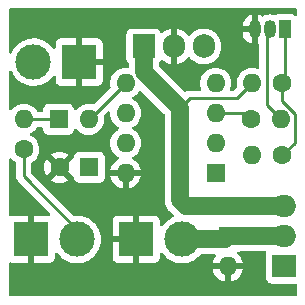
<source format=gbr>
%TF.GenerationSoftware,KiCad,Pcbnew,6.0.4-6f826c9f35~116~ubuntu20.04.1*%
%TF.CreationDate,2022-04-13T00:37:51-07:00*%
%TF.ProjectId,PIC_Timer,5049435f-5469-46d6-9572-2e6b69636164,rev?*%
%TF.SameCoordinates,Original*%
%TF.FileFunction,Copper,L1,Top*%
%TF.FilePolarity,Positive*%
%FSLAX46Y46*%
G04 Gerber Fmt 4.6, Leading zero omitted, Abs format (unit mm)*
G04 Created by KiCad (PCBNEW 6.0.4-6f826c9f35~116~ubuntu20.04.1) date 2022-04-13 00:37:51*
%MOMM*%
%LPD*%
G01*
G04 APERTURE LIST*
%TA.AperFunction,ComponentPad*%
%ADD10C,3.000000*%
%TD*%
%TA.AperFunction,ComponentPad*%
%ADD11R,3.000000X3.000000*%
%TD*%
%TA.AperFunction,ComponentPad*%
%ADD12R,1.050000X1.500000*%
%TD*%
%TA.AperFunction,ComponentPad*%
%ADD13O,1.050000X1.500000*%
%TD*%
%TA.AperFunction,ComponentPad*%
%ADD14R,1.600000X1.600000*%
%TD*%
%TA.AperFunction,ComponentPad*%
%ADD15O,1.600000X1.600000*%
%TD*%
%TA.AperFunction,ComponentPad*%
%ADD16C,1.600000*%
%TD*%
%TA.AperFunction,ComponentPad*%
%ADD17R,2.000000X1.905000*%
%TD*%
%TA.AperFunction,ComponentPad*%
%ADD18O,2.000000X1.905000*%
%TD*%
%TA.AperFunction,ComponentPad*%
%ADD19O,1.905000X2.000000*%
%TD*%
%TA.AperFunction,ComponentPad*%
%ADD20R,1.905000X2.000000*%
%TD*%
%TA.AperFunction,Conductor*%
%ADD21C,1.500000*%
%TD*%
%TA.AperFunction,Conductor*%
%ADD22C,0.250000*%
%TD*%
G04 APERTURE END LIST*
D10*
%TO.P,J3,2,Pin_2*%
%TO.N,Net-(D2-Pad1)*%
X99254500Y-122440000D03*
D11*
%TO.P,J3,1,Pin_1*%
%TO.N,GND*%
X95374500Y-122440000D03*
%TD*%
D12*
%TO.P,Q1,1,C*%
%TO.N,Net-(Q1-Pad1)*%
X107950000Y-104648000D03*
D13*
%TO.P,Q1,2,B*%
%TO.N,Net-(Q1-Pad2)*%
X106680000Y-104648000D03*
%TO.P,Q1,3,E*%
%TO.N,GND*%
X105410000Y-104648000D03*
%TD*%
D14*
%TO.P,D1,1,K*%
%TO.N,Net-(D1-Pad1)*%
X88801686Y-112268000D03*
D15*
%TO.P,D1,2,A*%
%TO.N,Net-(D1-Pad2)*%
X91341686Y-112268000D03*
%TD*%
D14*
%TO.P,D2,1,K*%
%TO.N,Net-(D2-Pad1)*%
X103124000Y-122174000D03*
D15*
%TO.P,D2,2,A*%
%TO.N,GND*%
X103124000Y-124714000D03*
%TD*%
%TO.P,R4,2*%
%TO.N,Net-(Q2-Pad1)*%
X105185000Y-115316000D03*
D16*
%TO.P,R4,1*%
%TO.N,Net-(Q1-Pad1)*%
X107725000Y-115316000D03*
%TD*%
%TO.P,R3,1*%
%TO.N,Net-(Q1-Pad1)*%
X107725000Y-109220000D03*
D15*
%TO.P,R3,2*%
%TO.N,+12V*%
X105185000Y-109220000D03*
%TD*%
D16*
%TO.P,R1,1*%
%TO.N,Net-(J2-Pad2)*%
X85852000Y-114808000D03*
D15*
%TO.P,R1,2*%
%TO.N,Net-(D1-Pad1)*%
X85852000Y-112268000D03*
%TD*%
%TO.P,R2,2*%
%TO.N,Net-(Q1-Pad2)*%
X107667000Y-112268000D03*
D16*
%TO.P,R2,1*%
%TO.N,Net-(R2-Pad1)*%
X105127000Y-112268000D03*
%TD*%
D11*
%TO.P,J2,1,Pin_1*%
%TO.N,GND*%
X86484500Y-122440000D03*
D10*
%TO.P,J2,2,Pin_2*%
%TO.N,Net-(J2-Pad2)*%
X90364500Y-122440000D03*
%TD*%
D11*
%TO.P,J1,1,Pin_1*%
%TO.N,GND*%
X90553500Y-107430000D03*
D10*
%TO.P,J1,2,Pin_2*%
%TO.N,+12V*%
X86673500Y-107430000D03*
%TD*%
D14*
%TO.P,C1,1*%
%TO.N,VDD*%
X91398856Y-116332000D03*
D16*
%TO.P,C1,2*%
%TO.N,GND*%
X88898856Y-116332000D03*
%TD*%
D17*
%TO.P,Q2,1,G*%
%TO.N,Net-(Q2-Pad1)*%
X107879000Y-124714000D03*
D18*
%TO.P,Q2,2,D*%
%TO.N,Net-(D2-Pad1)*%
X107879000Y-122174000D03*
%TO.P,Q2,3,S*%
%TO.N,+12V*%
X107879000Y-119634000D03*
%TD*%
D19*
%TO.P,U1,3,VO*%
%TO.N,VDD*%
X101092000Y-106101000D03*
%TO.P,U1,2,GND*%
%TO.N,GND*%
X98552000Y-106101000D03*
D20*
%TO.P,U1,1,VI*%
%TO.N,+12V*%
X96012000Y-106101000D03*
%TD*%
D14*
%TO.P,U2,1,VDD*%
%TO.N,VDD*%
X102098000Y-116830000D03*
D15*
%TO.P,U2,2,RA5*%
%TO.N,unconnected-(U2-Pad2)*%
X102098000Y-114290000D03*
%TO.P,U2,3,RA4*%
%TO.N,Net-(R2-Pad1)*%
X102098000Y-111750000D03*
%TO.P,U2,4,RA3*%
%TO.N,unconnected-(U2-Pad4)*%
X102098000Y-109210000D03*
%TO.P,U2,5,RA2*%
%TO.N,Net-(D1-Pad2)*%
X94478000Y-109210000D03*
%TO.P,U2,6,RA1*%
%TO.N,unconnected-(U2-Pad6)*%
X94478000Y-111750000D03*
%TO.P,U2,7,RA0*%
%TO.N,unconnected-(U2-Pad7)*%
X94478000Y-114290000D03*
%TO.P,U2,8,VSS*%
%TO.N,GND*%
X94478000Y-116830000D03*
%TD*%
D21*
%TO.N,Net-(D2-Pad1)*%
X103124000Y-122174000D02*
X107879000Y-122174000D01*
X99254500Y-122440000D02*
X102858000Y-122440000D01*
X102858000Y-122440000D02*
X103124000Y-122174000D01*
D22*
%TO.N,Net-(Q1-Pad2)*%
X106680000Y-104648000D02*
X106426000Y-104902000D01*
X106426000Y-104902000D02*
X106426000Y-111027000D01*
X106426000Y-111027000D02*
X107667000Y-112268000D01*
%TO.N,+12V*%
X105185000Y-109220000D02*
X103915000Y-110490000D01*
X103915000Y-110490000D02*
X99887817Y-110490000D01*
X99887817Y-110490000D02*
X99060000Y-111317817D01*
%TO.N,Net-(R2-Pad1)*%
X102098000Y-111750000D02*
X104609000Y-111750000D01*
X104609000Y-111750000D02*
X105127000Y-112268000D01*
D21*
%TO.N,+12V*%
X99060000Y-111317817D02*
X99060000Y-119126000D01*
X99568000Y-119634000D02*
X107879000Y-119634000D01*
X96012000Y-108269817D02*
X99060000Y-111317817D01*
X96012000Y-106101000D02*
X96012000Y-108269817D01*
X99060000Y-119126000D02*
X99568000Y-119634000D01*
D22*
%TO.N,Net-(J2-Pad2)*%
X85852000Y-114808000D02*
X85852000Y-117094000D01*
X85852000Y-117094000D02*
X90364500Y-121606500D01*
X90364500Y-121606500D02*
X90364500Y-122440000D01*
%TO.N,Net-(D1-Pad1)*%
X88801686Y-112268000D02*
X85852000Y-112268000D01*
%TO.N,Net-(D1-Pad2)*%
X94478000Y-109210000D02*
X91420000Y-112268000D01*
X91420000Y-112268000D02*
X91341686Y-112268000D01*
%TO.N,Net-(Q1-Pad1)*%
X107725000Y-109220000D02*
X107725000Y-110735700D01*
X107725000Y-110735700D02*
X108791511Y-111802211D01*
X108791511Y-111802211D02*
X108791511Y-114249489D01*
X108791511Y-114249489D02*
X107725000Y-115316000D01*
X107950000Y-104648000D02*
X107950000Y-108995000D01*
X107950000Y-108995000D02*
X107725000Y-109220000D01*
%TD*%
%TA.AperFunction,Conductor*%
%TO.N,GND*%
G36*
X95798248Y-109837116D02*
G01*
X95809474Y-109847078D01*
X97764595Y-111802199D01*
X97798621Y-111864511D01*
X97801500Y-111891294D01*
X97801500Y-119034604D01*
X97800422Y-119051051D01*
X97797521Y-119073086D01*
X97797786Y-119078698D01*
X97801360Y-119154488D01*
X97801500Y-119160424D01*
X97801500Y-119182999D01*
X97801750Y-119185796D01*
X97803819Y-119208988D01*
X97804178Y-119214248D01*
X97808104Y-119297488D01*
X97809354Y-119302947D01*
X97809355Y-119302952D01*
X97812108Y-119314970D01*
X97814789Y-119331899D01*
X97816383Y-119349762D01*
X97817865Y-119355178D01*
X97817865Y-119355180D01*
X97838370Y-119430133D01*
X97839656Y-119435251D01*
X97858258Y-119516470D01*
X97860460Y-119521632D01*
X97865294Y-119532967D01*
X97870927Y-119549142D01*
X97875663Y-119566451D01*
X97878079Y-119571516D01*
X97911539Y-119641667D01*
X97913710Y-119646476D01*
X97946397Y-119723109D01*
X97956251Y-119738110D01*
X97964654Y-119753025D01*
X97972378Y-119769218D01*
X97975648Y-119773769D01*
X97975650Y-119773772D01*
X98020999Y-119836881D01*
X98023989Y-119841232D01*
X98067196Y-119907010D01*
X98067202Y-119907018D01*
X98069735Y-119910874D01*
X98088257Y-119931662D01*
X98096490Y-119941939D01*
X98103471Y-119951654D01*
X98179423Y-120025258D01*
X98180251Y-120026060D01*
X98181660Y-120027448D01*
X98531088Y-120376876D01*
X98565114Y-120439188D01*
X98560049Y-120510003D01*
X98517502Y-120566839D01*
X98491428Y-120581868D01*
X98485783Y-120584276D01*
X98340530Y-120646232D01*
X98273496Y-120686351D01*
X98109225Y-120784664D01*
X98109221Y-120784667D01*
X98105543Y-120786868D01*
X97891818Y-120958094D01*
X97703308Y-121156742D01*
X97696545Y-121166154D01*
X97610822Y-121285450D01*
X97554827Y-121329098D01*
X97484124Y-121335544D01*
X97421159Y-121302741D01*
X97385925Y-121241105D01*
X97382499Y-121211924D01*
X97382499Y-120895331D01*
X97382129Y-120888510D01*
X97376605Y-120837648D01*
X97372979Y-120822396D01*
X97327824Y-120701946D01*
X97319286Y-120686351D01*
X97242785Y-120584276D01*
X97230224Y-120571715D01*
X97128149Y-120495214D01*
X97112554Y-120486676D01*
X96992106Y-120441522D01*
X96976851Y-120437895D01*
X96925986Y-120432369D01*
X96919172Y-120432000D01*
X95646615Y-120432000D01*
X95631376Y-120436475D01*
X95630171Y-120437865D01*
X95628500Y-120445548D01*
X95628500Y-124429884D01*
X95632975Y-124445123D01*
X95634365Y-124446328D01*
X95642048Y-124447999D01*
X96919169Y-124447999D01*
X96925990Y-124447629D01*
X96976852Y-124442105D01*
X96992104Y-124438479D01*
X97112554Y-124393324D01*
X97128149Y-124384786D01*
X97230224Y-124308285D01*
X97242785Y-124295724D01*
X97319286Y-124193649D01*
X97327824Y-124178054D01*
X97372978Y-124057606D01*
X97376605Y-124042351D01*
X97382131Y-123991486D01*
X97382500Y-123984672D01*
X97382500Y-123668105D01*
X97402502Y-123599984D01*
X97456158Y-123553491D01*
X97526432Y-123543387D01*
X97591012Y-123572881D01*
X97612339Y-123596736D01*
X97676774Y-123690490D01*
X97679661Y-123693663D01*
X97679662Y-123693664D01*
X97694498Y-123709969D01*
X97861082Y-123893043D01*
X98071175Y-124068707D01*
X98074816Y-124070991D01*
X98299524Y-124211951D01*
X98299528Y-124211953D01*
X98303164Y-124214234D01*
X98371044Y-124244883D01*
X98548845Y-124325164D01*
X98548849Y-124325166D01*
X98552757Y-124326930D01*
X98556877Y-124328150D01*
X98556876Y-124328150D01*
X98811223Y-124403491D01*
X98811227Y-124403492D01*
X98815336Y-124404709D01*
X98819570Y-124405357D01*
X98819575Y-124405358D01*
X99081798Y-124445483D01*
X99081800Y-124445483D01*
X99086040Y-124446132D01*
X99225412Y-124448322D01*
X99355571Y-124450367D01*
X99355577Y-124450367D01*
X99359862Y-124450434D01*
X99631735Y-124417534D01*
X99896627Y-124348041D01*
X99900587Y-124346401D01*
X99900592Y-124346399D01*
X100109304Y-124259947D01*
X100149636Y-124243241D01*
X100386082Y-124105073D01*
X100601589Y-123936094D01*
X100643309Y-123893043D01*
X100792169Y-123739431D01*
X100793028Y-123740263D01*
X100847881Y-123704050D01*
X100884864Y-123698500D01*
X101996244Y-123698500D01*
X102064365Y-123718502D01*
X102110858Y-123772158D01*
X102120962Y-123842432D01*
X102099457Y-123896771D01*
X101990069Y-124052993D01*
X101984586Y-124062489D01*
X101892510Y-124259947D01*
X101888764Y-124270239D01*
X101842606Y-124442503D01*
X101842942Y-124456599D01*
X101850884Y-124460000D01*
X104391967Y-124460000D01*
X104405498Y-124456027D01*
X104406727Y-124447478D01*
X104359236Y-124270239D01*
X104355490Y-124259947D01*
X104263414Y-124062489D01*
X104257931Y-124052993D01*
X104132972Y-123874533D01*
X104125916Y-123866125D01*
X103971875Y-123712084D01*
X103959254Y-123701493D01*
X103960108Y-123700475D01*
X103919776Y-123650016D01*
X103912468Y-123579397D01*
X103944500Y-123516037D01*
X104005702Y-123480053D01*
X104022762Y-123477000D01*
X104034316Y-123475745D01*
X104041709Y-123472973D01*
X104041711Y-123472973D01*
X104128284Y-123440518D01*
X104172513Y-123432500D01*
X106277438Y-123432500D01*
X106345559Y-123452502D01*
X106392052Y-123506158D01*
X106402156Y-123576432D01*
X106395421Y-123602727D01*
X106377255Y-123651184D01*
X106370500Y-123713366D01*
X106370500Y-125714634D01*
X106377255Y-125776816D01*
X106428385Y-125913205D01*
X106515739Y-126029761D01*
X106632295Y-126117115D01*
X106768684Y-126168245D01*
X106830866Y-126175000D01*
X108839500Y-126175000D01*
X108907621Y-126195002D01*
X108954114Y-126248658D01*
X108965500Y-126301000D01*
X108965500Y-127127500D01*
X108945498Y-127195621D01*
X108891842Y-127242114D01*
X108839500Y-127253500D01*
X84708500Y-127253500D01*
X84640379Y-127233498D01*
X84593886Y-127179842D01*
X84582500Y-127127500D01*
X84582500Y-124980522D01*
X101841273Y-124980522D01*
X101888764Y-125157761D01*
X101892510Y-125168053D01*
X101984586Y-125365511D01*
X101990069Y-125375007D01*
X102115028Y-125553467D01*
X102122084Y-125561875D01*
X102276125Y-125715916D01*
X102284533Y-125722972D01*
X102462993Y-125847931D01*
X102472489Y-125853414D01*
X102669947Y-125945490D01*
X102680239Y-125949236D01*
X102852503Y-125995394D01*
X102866599Y-125995058D01*
X102870000Y-125987116D01*
X102870000Y-125981967D01*
X103378000Y-125981967D01*
X103381973Y-125995498D01*
X103390522Y-125996727D01*
X103567761Y-125949236D01*
X103578053Y-125945490D01*
X103775511Y-125853414D01*
X103785007Y-125847931D01*
X103963467Y-125722972D01*
X103971875Y-125715916D01*
X104125916Y-125561875D01*
X104132972Y-125553467D01*
X104257931Y-125375007D01*
X104263414Y-125365511D01*
X104355490Y-125168053D01*
X104359236Y-125157761D01*
X104405394Y-124985497D01*
X104405058Y-124971401D01*
X104397116Y-124968000D01*
X103396115Y-124968000D01*
X103380876Y-124972475D01*
X103379671Y-124973865D01*
X103378000Y-124981548D01*
X103378000Y-125981967D01*
X102870000Y-125981967D01*
X102870000Y-124986115D01*
X102865525Y-124970876D01*
X102864135Y-124969671D01*
X102856452Y-124968000D01*
X101856033Y-124968000D01*
X101842502Y-124971973D01*
X101841273Y-124980522D01*
X84582500Y-124980522D01*
X84582500Y-124513662D01*
X84602502Y-124445541D01*
X84656158Y-124399048D01*
X84726432Y-124388944D01*
X84752730Y-124395680D01*
X84866894Y-124438478D01*
X84882149Y-124442105D01*
X84933014Y-124447631D01*
X84939828Y-124448000D01*
X86212385Y-124448000D01*
X86227624Y-124443525D01*
X86228829Y-124442135D01*
X86230500Y-124434452D01*
X86230500Y-120450116D01*
X86226025Y-120434877D01*
X86224635Y-120433672D01*
X86216952Y-120432001D01*
X84939831Y-120432001D01*
X84933010Y-120432371D01*
X84882148Y-120437895D01*
X84866896Y-120441521D01*
X84752730Y-120484320D01*
X84681922Y-120489503D01*
X84619553Y-120455582D01*
X84585424Y-120393327D01*
X84582500Y-120366338D01*
X84582500Y-115675887D01*
X84602502Y-115607766D01*
X84656158Y-115561273D01*
X84726432Y-115551169D01*
X84791012Y-115580663D01*
X84811713Y-115603616D01*
X84829652Y-115629235D01*
X84845802Y-115652300D01*
X85007700Y-115814198D01*
X85012208Y-115817355D01*
X85012211Y-115817357D01*
X85164771Y-115924181D01*
X85209099Y-115979638D01*
X85218500Y-116027394D01*
X85218500Y-117015233D01*
X85217973Y-117026416D01*
X85216298Y-117033909D01*
X85216547Y-117041835D01*
X85216547Y-117041836D01*
X85218438Y-117101986D01*
X85218500Y-117105945D01*
X85218500Y-117133856D01*
X85218997Y-117137790D01*
X85218997Y-117137791D01*
X85219005Y-117137856D01*
X85219938Y-117149693D01*
X85221327Y-117193889D01*
X85226978Y-117213339D01*
X85230987Y-117232700D01*
X85233526Y-117252797D01*
X85236445Y-117260168D01*
X85236445Y-117260170D01*
X85249804Y-117293912D01*
X85253649Y-117305142D01*
X85265982Y-117347593D01*
X85270015Y-117354412D01*
X85270017Y-117354417D01*
X85276293Y-117365028D01*
X85284988Y-117382776D01*
X85292448Y-117401617D01*
X85297110Y-117408033D01*
X85297110Y-117408034D01*
X85318436Y-117437387D01*
X85324952Y-117447307D01*
X85347458Y-117485362D01*
X85361779Y-117499683D01*
X85374619Y-117514716D01*
X85386528Y-117531107D01*
X85392634Y-117536158D01*
X85420605Y-117559298D01*
X85429384Y-117567288D01*
X88079001Y-120216905D01*
X88113027Y-120279217D01*
X88107962Y-120350032D01*
X88065415Y-120406868D01*
X87998895Y-120431679D01*
X87989906Y-120432000D01*
X86756615Y-120432000D01*
X86741376Y-120436475D01*
X86740171Y-120437865D01*
X86738500Y-120445548D01*
X86738500Y-124429884D01*
X86742975Y-124445123D01*
X86744365Y-124446328D01*
X86752048Y-124447999D01*
X88029169Y-124447999D01*
X88035990Y-124447629D01*
X88086852Y-124442105D01*
X88102104Y-124438479D01*
X88222554Y-124393324D01*
X88238149Y-124384786D01*
X88340224Y-124308285D01*
X88352785Y-124295724D01*
X88429286Y-124193649D01*
X88437824Y-124178054D01*
X88482978Y-124057606D01*
X88486605Y-124042351D01*
X88492131Y-123991486D01*
X88492500Y-123984672D01*
X88492500Y-123668105D01*
X88512502Y-123599984D01*
X88566158Y-123553491D01*
X88636432Y-123543387D01*
X88701012Y-123572881D01*
X88722339Y-123596736D01*
X88786774Y-123690490D01*
X88789661Y-123693663D01*
X88789662Y-123693664D01*
X88804498Y-123709969D01*
X88971082Y-123893043D01*
X89181175Y-124068707D01*
X89184816Y-124070991D01*
X89409524Y-124211951D01*
X89409528Y-124211953D01*
X89413164Y-124214234D01*
X89481044Y-124244883D01*
X89658845Y-124325164D01*
X89658849Y-124325166D01*
X89662757Y-124326930D01*
X89666877Y-124328150D01*
X89666876Y-124328150D01*
X89921223Y-124403491D01*
X89921227Y-124403492D01*
X89925336Y-124404709D01*
X89929570Y-124405357D01*
X89929575Y-124405358D01*
X90191798Y-124445483D01*
X90191800Y-124445483D01*
X90196040Y-124446132D01*
X90335412Y-124448322D01*
X90465571Y-124450367D01*
X90465577Y-124450367D01*
X90469862Y-124450434D01*
X90741735Y-124417534D01*
X91006627Y-124348041D01*
X91010587Y-124346401D01*
X91010592Y-124346399D01*
X91219304Y-124259947D01*
X91259636Y-124243241D01*
X91496082Y-124105073D01*
X91649639Y-123984669D01*
X93366501Y-123984669D01*
X93366871Y-123991490D01*
X93372395Y-124042352D01*
X93376021Y-124057604D01*
X93421176Y-124178054D01*
X93429714Y-124193649D01*
X93506215Y-124295724D01*
X93518776Y-124308285D01*
X93620851Y-124384786D01*
X93636446Y-124393324D01*
X93756894Y-124438478D01*
X93772149Y-124442105D01*
X93823014Y-124447631D01*
X93829828Y-124448000D01*
X95102385Y-124448000D01*
X95117624Y-124443525D01*
X95118829Y-124442135D01*
X95120500Y-124434452D01*
X95120500Y-122712115D01*
X95116025Y-122696876D01*
X95114635Y-122695671D01*
X95106952Y-122694000D01*
X93384616Y-122694000D01*
X93369377Y-122698475D01*
X93368172Y-122699865D01*
X93366501Y-122707548D01*
X93366501Y-123984669D01*
X91649639Y-123984669D01*
X91711589Y-123936094D01*
X91753309Y-123893043D01*
X91899186Y-123742509D01*
X91902169Y-123739431D01*
X91904702Y-123735983D01*
X91904706Y-123735978D01*
X92061757Y-123522178D01*
X92064295Y-123518723D01*
X92089135Y-123472973D01*
X92192918Y-123281830D01*
X92192919Y-123281828D01*
X92194968Y-123278054D01*
X92291769Y-123021877D01*
X92352907Y-122754933D01*
X92356729Y-122712115D01*
X92377031Y-122484627D01*
X92377031Y-122484625D01*
X92377251Y-122482161D01*
X92377693Y-122440000D01*
X92376256Y-122418918D01*
X92359359Y-122171055D01*
X92359358Y-122171049D01*
X92359142Y-122167885D01*
X93366500Y-122167885D01*
X93370975Y-122183124D01*
X93372365Y-122184329D01*
X93380048Y-122186000D01*
X95102385Y-122186000D01*
X95117624Y-122181525D01*
X95118829Y-122180135D01*
X95120500Y-122172452D01*
X95120500Y-120450116D01*
X95116025Y-120434877D01*
X95114635Y-120433672D01*
X95106952Y-120432001D01*
X93829831Y-120432001D01*
X93823010Y-120432371D01*
X93772148Y-120437895D01*
X93756896Y-120441521D01*
X93636446Y-120486676D01*
X93620851Y-120495214D01*
X93518776Y-120571715D01*
X93506215Y-120584276D01*
X93429714Y-120686351D01*
X93421176Y-120701946D01*
X93376022Y-120822394D01*
X93372395Y-120837649D01*
X93366869Y-120888514D01*
X93366500Y-120895328D01*
X93366500Y-122167885D01*
X92359142Y-122167885D01*
X92359067Y-122166778D01*
X92303532Y-121898612D01*
X92212117Y-121640465D01*
X92086513Y-121397112D01*
X92073880Y-121379136D01*
X91956361Y-121211924D01*
X91929045Y-121173057D01*
X91806103Y-121040755D01*
X91745546Y-120975588D01*
X91745543Y-120975585D01*
X91742625Y-120972445D01*
X91739310Y-120969731D01*
X91739306Y-120969728D01*
X91608569Y-120862721D01*
X91530705Y-120798990D01*
X91297204Y-120655901D01*
X91293268Y-120654173D01*
X91050373Y-120547549D01*
X91050369Y-120547548D01*
X91046445Y-120545825D01*
X90783066Y-120470800D01*
X90778824Y-120470196D01*
X90778818Y-120470195D01*
X90551866Y-120437895D01*
X90511943Y-120432213D01*
X90368089Y-120431460D01*
X90242377Y-120430802D01*
X90242371Y-120430802D01*
X90238091Y-120430780D01*
X90164134Y-120440517D01*
X90093987Y-120429578D01*
X90058594Y-120404690D01*
X87071967Y-117418062D01*
X88177349Y-117418062D01*
X88186645Y-117430077D01*
X88237850Y-117465931D01*
X88247345Y-117471414D01*
X88444803Y-117563490D01*
X88455095Y-117567236D01*
X88665544Y-117623625D01*
X88676337Y-117625528D01*
X88893381Y-117644517D01*
X88904331Y-117644517D01*
X89121375Y-117625528D01*
X89132168Y-117623625D01*
X89342617Y-117567236D01*
X89352909Y-117563490D01*
X89550367Y-117471414D01*
X89559862Y-117465931D01*
X89611904Y-117429491D01*
X89620280Y-117419012D01*
X89613212Y-117405566D01*
X88911668Y-116704022D01*
X88897724Y-116696408D01*
X88895891Y-116696539D01*
X88889276Y-116700790D01*
X88183779Y-117406287D01*
X88177349Y-117418062D01*
X87071967Y-117418062D01*
X86522405Y-116868500D01*
X86488379Y-116806188D01*
X86485500Y-116779405D01*
X86485500Y-116337475D01*
X87586339Y-116337475D01*
X87605328Y-116554519D01*
X87607231Y-116565312D01*
X87663620Y-116775761D01*
X87667366Y-116786053D01*
X87759442Y-116983511D01*
X87764925Y-116993006D01*
X87801365Y-117045048D01*
X87811844Y-117053424D01*
X87825290Y-117046356D01*
X88526834Y-116344812D01*
X88533212Y-116333132D01*
X89263264Y-116333132D01*
X89263395Y-116334965D01*
X89267646Y-116341580D01*
X89973143Y-117047077D01*
X90014885Y-117069871D01*
X90024885Y-117072047D01*
X90075083Y-117122253D01*
X90090307Y-117175814D01*
X90090356Y-117176717D01*
X90090356Y-117180134D01*
X90097111Y-117242316D01*
X90148241Y-117378705D01*
X90235595Y-117495261D01*
X90352151Y-117582615D01*
X90488540Y-117633745D01*
X90550722Y-117640500D01*
X92246990Y-117640500D01*
X92309172Y-117633745D01*
X92445561Y-117582615D01*
X92562117Y-117495261D01*
X92649471Y-117378705D01*
X92700601Y-117242316D01*
X92707356Y-117180134D01*
X92707356Y-117096522D01*
X93195273Y-117096522D01*
X93242764Y-117273761D01*
X93246510Y-117284053D01*
X93338586Y-117481511D01*
X93344069Y-117491007D01*
X93469028Y-117669467D01*
X93476084Y-117677875D01*
X93630125Y-117831916D01*
X93638533Y-117838972D01*
X93816993Y-117963931D01*
X93826489Y-117969414D01*
X94023947Y-118061490D01*
X94034239Y-118065236D01*
X94206503Y-118111394D01*
X94220599Y-118111058D01*
X94224000Y-118103116D01*
X94224000Y-118097967D01*
X94732000Y-118097967D01*
X94735973Y-118111498D01*
X94744522Y-118112727D01*
X94921761Y-118065236D01*
X94932053Y-118061490D01*
X95129511Y-117969414D01*
X95139007Y-117963931D01*
X95317467Y-117838972D01*
X95325875Y-117831916D01*
X95479916Y-117677875D01*
X95486972Y-117669467D01*
X95611931Y-117491007D01*
X95617414Y-117481511D01*
X95709490Y-117284053D01*
X95713236Y-117273761D01*
X95759394Y-117101497D01*
X95759058Y-117087401D01*
X95751116Y-117084000D01*
X94750115Y-117084000D01*
X94734876Y-117088475D01*
X94733671Y-117089865D01*
X94732000Y-117097548D01*
X94732000Y-118097967D01*
X94224000Y-118097967D01*
X94224000Y-117102115D01*
X94219525Y-117086876D01*
X94218135Y-117085671D01*
X94210452Y-117084000D01*
X93210033Y-117084000D01*
X93196502Y-117087973D01*
X93195273Y-117096522D01*
X92707356Y-117096522D01*
X92707356Y-115483866D01*
X92700601Y-115421684D01*
X92649471Y-115285295D01*
X92562117Y-115168739D01*
X92445561Y-115081385D01*
X92309172Y-115030255D01*
X92246990Y-115023500D01*
X90550722Y-115023500D01*
X90488540Y-115030255D01*
X90352151Y-115081385D01*
X90235595Y-115168739D01*
X90148241Y-115285295D01*
X90097111Y-115421684D01*
X90090356Y-115483866D01*
X90090356Y-115487185D01*
X90066703Y-115554110D01*
X90020700Y-115589804D01*
X90021715Y-115591734D01*
X90010856Y-115597442D01*
X90010611Y-115597632D01*
X90010453Y-115597653D01*
X89972422Y-115617644D01*
X89270878Y-116319188D01*
X89263264Y-116333132D01*
X88533212Y-116333132D01*
X88534448Y-116330868D01*
X88534317Y-116329035D01*
X88530066Y-116322420D01*
X87824569Y-115616923D01*
X87812794Y-115610493D01*
X87800779Y-115619789D01*
X87764925Y-115670994D01*
X87759442Y-115680489D01*
X87667366Y-115877947D01*
X87663620Y-115888239D01*
X87607231Y-116098688D01*
X87605328Y-116109481D01*
X87586339Y-116326525D01*
X87586339Y-116337475D01*
X86485500Y-116337475D01*
X86485500Y-116027394D01*
X86505502Y-115959273D01*
X86539229Y-115924181D01*
X86691789Y-115817357D01*
X86691792Y-115817355D01*
X86696300Y-115814198D01*
X86858198Y-115652300D01*
X86872448Y-115631950D01*
X86945875Y-115527084D01*
X86989523Y-115464749D01*
X86991846Y-115459767D01*
X86991849Y-115459762D01*
X87083961Y-115262225D01*
X87083961Y-115262224D01*
X87086284Y-115257243D01*
X87089568Y-115244988D01*
X88177432Y-115244988D01*
X88184500Y-115258434D01*
X88886044Y-115959978D01*
X88899988Y-115967592D01*
X88901821Y-115967461D01*
X88908436Y-115963210D01*
X89613933Y-115257713D01*
X89620363Y-115245938D01*
X89611067Y-115233923D01*
X89559862Y-115198069D01*
X89550367Y-115192586D01*
X89352909Y-115100510D01*
X89342617Y-115096764D01*
X89132168Y-115040375D01*
X89121375Y-115038472D01*
X88904331Y-115019483D01*
X88893381Y-115019483D01*
X88676337Y-115038472D01*
X88665544Y-115040375D01*
X88455095Y-115096764D01*
X88444803Y-115100510D01*
X88247345Y-115192586D01*
X88237850Y-115198069D01*
X88185808Y-115234509D01*
X88177432Y-115244988D01*
X87089568Y-115244988D01*
X87120436Y-115129789D01*
X87144119Y-115041402D01*
X87144119Y-115041400D01*
X87145543Y-115036087D01*
X87165498Y-114808000D01*
X87145543Y-114579913D01*
X87086284Y-114358757D01*
X87061983Y-114306643D01*
X86991849Y-114156238D01*
X86991846Y-114156233D01*
X86989523Y-114151251D01*
X86858198Y-113963700D01*
X86696300Y-113801802D01*
X86691792Y-113798645D01*
X86691789Y-113798643D01*
X86613611Y-113743902D01*
X86508749Y-113670477D01*
X86503767Y-113668154D01*
X86503762Y-113668151D01*
X86469543Y-113652195D01*
X86416258Y-113605278D01*
X86396797Y-113537001D01*
X86417339Y-113469041D01*
X86469543Y-113423805D01*
X86503762Y-113407849D01*
X86503767Y-113407846D01*
X86508749Y-113405523D01*
X86677019Y-113287699D01*
X86691789Y-113277357D01*
X86691792Y-113277355D01*
X86696300Y-113274198D01*
X86858198Y-113112300D01*
X86922128Y-113020999D01*
X86968181Y-112955229D01*
X87023638Y-112910901D01*
X87071394Y-112901500D01*
X87367186Y-112901500D01*
X87435307Y-112921502D01*
X87481800Y-112975158D01*
X87493186Y-113027500D01*
X87493186Y-113116134D01*
X87499941Y-113178316D01*
X87551071Y-113314705D01*
X87638425Y-113431261D01*
X87754981Y-113518615D01*
X87891370Y-113569745D01*
X87953552Y-113576500D01*
X89649820Y-113576500D01*
X89712002Y-113569745D01*
X89848391Y-113518615D01*
X89964947Y-113431261D01*
X90052301Y-113314705D01*
X90103431Y-113178316D01*
X90104603Y-113167526D01*
X90105489Y-113165394D01*
X90106111Y-113162778D01*
X90106534Y-113162879D01*
X90131841Y-113101965D01*
X90190203Y-113061537D01*
X90261157Y-113059078D01*
X90322176Y-113095371D01*
X90329175Y-113104031D01*
X90332329Y-113107789D01*
X90335488Y-113112300D01*
X90497386Y-113274198D01*
X90501894Y-113277355D01*
X90501897Y-113277357D01*
X90516667Y-113287699D01*
X90684937Y-113405523D01*
X90689919Y-113407846D01*
X90689924Y-113407849D01*
X90850674Y-113482807D01*
X90892443Y-113502284D01*
X90897751Y-113503706D01*
X90897753Y-113503707D01*
X91108284Y-113560119D01*
X91108286Y-113560119D01*
X91113599Y-113561543D01*
X91341686Y-113581498D01*
X91569773Y-113561543D01*
X91575086Y-113560119D01*
X91575088Y-113560119D01*
X91785619Y-113503707D01*
X91785621Y-113503706D01*
X91790929Y-113502284D01*
X91832698Y-113482807D01*
X91993448Y-113407849D01*
X91993453Y-113407846D01*
X91998435Y-113405523D01*
X92166705Y-113287699D01*
X92181475Y-113277357D01*
X92181478Y-113277355D01*
X92185986Y-113274198D01*
X92347884Y-113112300D01*
X92479209Y-112924749D01*
X92481532Y-112919767D01*
X92481535Y-112919762D01*
X92573647Y-112722225D01*
X92573647Y-112722224D01*
X92575970Y-112717243D01*
X92610122Y-112589789D01*
X92633805Y-112501402D01*
X92633806Y-112501399D01*
X92635229Y-112496087D01*
X92655184Y-112268000D01*
X92635229Y-112039913D01*
X92633805Y-112034597D01*
X92632850Y-112029183D01*
X92635003Y-112028803D01*
X92636462Y-111967258D01*
X92667388Y-111916516D01*
X92951411Y-111632494D01*
X93013723Y-111598469D01*
X93084539Y-111603534D01*
X93141374Y-111646081D01*
X93166185Y-111712601D01*
X93166026Y-111732573D01*
X93164981Y-111744515D01*
X93164981Y-111744525D01*
X93164502Y-111750000D01*
X93184457Y-111978087D01*
X93243716Y-112199243D01*
X93246039Y-112204224D01*
X93246039Y-112204225D01*
X93338151Y-112401762D01*
X93338154Y-112401767D01*
X93340477Y-112406749D01*
X93471802Y-112594300D01*
X93633700Y-112756198D01*
X93638208Y-112759355D01*
X93638211Y-112759357D01*
X93714532Y-112812797D01*
X93821251Y-112887523D01*
X93826233Y-112889846D01*
X93826238Y-112889849D01*
X93860457Y-112905805D01*
X93913742Y-112952722D01*
X93933203Y-113020999D01*
X93912661Y-113088959D01*
X93860457Y-113134195D01*
X93826238Y-113150151D01*
X93826233Y-113150154D01*
X93821251Y-113152477D01*
X93716389Y-113225902D01*
X93638211Y-113280643D01*
X93638208Y-113280645D01*
X93633700Y-113283802D01*
X93471802Y-113445700D01*
X93468645Y-113450208D01*
X93468643Y-113450211D01*
X93420746Y-113518615D01*
X93340477Y-113633251D01*
X93338154Y-113638233D01*
X93338151Y-113638238D01*
X93323118Y-113670477D01*
X93243716Y-113840757D01*
X93242294Y-113846065D01*
X93242293Y-113846067D01*
X93195029Y-114022457D01*
X93184457Y-114061913D01*
X93164502Y-114290000D01*
X93184457Y-114518087D01*
X93243716Y-114739243D01*
X93246039Y-114744224D01*
X93246039Y-114744225D01*
X93338151Y-114941762D01*
X93338154Y-114941767D01*
X93340477Y-114946749D01*
X93398949Y-115030255D01*
X93443159Y-115093393D01*
X93471802Y-115134300D01*
X93633700Y-115296198D01*
X93638208Y-115299355D01*
X93638211Y-115299357D01*
X93652711Y-115309510D01*
X93821251Y-115427523D01*
X93826233Y-115429846D01*
X93826238Y-115429849D01*
X93861049Y-115446081D01*
X93914334Y-115492998D01*
X93933795Y-115561275D01*
X93913253Y-115629235D01*
X93861049Y-115674471D01*
X93826489Y-115690586D01*
X93816993Y-115696069D01*
X93638533Y-115821028D01*
X93630125Y-115828084D01*
X93476084Y-115982125D01*
X93469028Y-115990533D01*
X93344069Y-116168993D01*
X93338586Y-116178489D01*
X93246510Y-116375947D01*
X93242764Y-116386239D01*
X93196606Y-116558503D01*
X93196942Y-116572599D01*
X93204884Y-116576000D01*
X95745967Y-116576000D01*
X95759498Y-116572027D01*
X95760727Y-116563478D01*
X95713236Y-116386239D01*
X95709490Y-116375947D01*
X95617414Y-116178489D01*
X95611931Y-116168993D01*
X95486972Y-115990533D01*
X95479916Y-115982125D01*
X95325875Y-115828084D01*
X95317467Y-115821028D01*
X95139007Y-115696069D01*
X95129511Y-115690586D01*
X95094951Y-115674471D01*
X95041666Y-115627554D01*
X95022205Y-115559277D01*
X95042747Y-115491317D01*
X95094951Y-115446081D01*
X95129762Y-115429849D01*
X95129767Y-115429846D01*
X95134749Y-115427523D01*
X95303289Y-115309510D01*
X95317789Y-115299357D01*
X95317792Y-115299355D01*
X95322300Y-115296198D01*
X95484198Y-115134300D01*
X95512842Y-115093393D01*
X95557051Y-115030255D01*
X95615523Y-114946749D01*
X95617846Y-114941767D01*
X95617849Y-114941762D01*
X95709961Y-114744225D01*
X95709961Y-114744224D01*
X95712284Y-114739243D01*
X95771543Y-114518087D01*
X95791498Y-114290000D01*
X95771543Y-114061913D01*
X95760971Y-114022457D01*
X95713707Y-113846067D01*
X95713706Y-113846065D01*
X95712284Y-113840757D01*
X95632882Y-113670477D01*
X95617849Y-113638238D01*
X95617846Y-113638233D01*
X95615523Y-113633251D01*
X95535254Y-113518615D01*
X95487357Y-113450211D01*
X95487355Y-113450208D01*
X95484198Y-113445700D01*
X95322300Y-113283802D01*
X95317792Y-113280645D01*
X95317789Y-113280643D01*
X95239611Y-113225902D01*
X95134749Y-113152477D01*
X95129767Y-113150154D01*
X95129762Y-113150151D01*
X95095543Y-113134195D01*
X95042258Y-113087278D01*
X95022797Y-113019001D01*
X95043339Y-112951041D01*
X95095543Y-112905805D01*
X95129762Y-112889849D01*
X95129767Y-112889846D01*
X95134749Y-112887523D01*
X95241468Y-112812797D01*
X95317789Y-112759357D01*
X95317792Y-112759355D01*
X95322300Y-112756198D01*
X95484198Y-112594300D01*
X95615523Y-112406749D01*
X95617846Y-112401767D01*
X95617849Y-112401762D01*
X95709961Y-112204225D01*
X95709961Y-112204224D01*
X95712284Y-112199243D01*
X95771543Y-111978087D01*
X95791498Y-111750000D01*
X95771543Y-111521913D01*
X95763525Y-111491990D01*
X95713707Y-111306067D01*
X95713706Y-111306065D01*
X95712284Y-111300757D01*
X95704184Y-111283386D01*
X95617849Y-111098238D01*
X95617846Y-111098233D01*
X95615523Y-111093251D01*
X95521869Y-110959500D01*
X95487357Y-110910211D01*
X95487355Y-110910208D01*
X95484198Y-110905700D01*
X95322300Y-110743802D01*
X95317792Y-110740645D01*
X95317789Y-110740643D01*
X95239611Y-110685902D01*
X95134749Y-110612477D01*
X95129767Y-110610154D01*
X95129762Y-110610151D01*
X95095543Y-110594195D01*
X95042258Y-110547278D01*
X95022797Y-110479001D01*
X95043339Y-110411041D01*
X95095543Y-110365805D01*
X95129762Y-110349849D01*
X95129767Y-110349846D01*
X95134749Y-110347523D01*
X95308019Y-110226198D01*
X95317789Y-110219357D01*
X95317792Y-110219355D01*
X95322300Y-110216198D01*
X95484198Y-110054300D01*
X95518443Y-110005394D01*
X95615523Y-109866749D01*
X95616954Y-109867751D01*
X95662621Y-109824191D01*
X95732332Y-109810741D01*
X95798248Y-109837116D01*
G37*
%TD.AperFunction*%
%TA.AperFunction,Conductor*%
G36*
X108907621Y-102890502D02*
G01*
X108954114Y-102944158D01*
X108965500Y-102996500D01*
X108965500Y-103378209D01*
X108945498Y-103446330D01*
X108891842Y-103492823D01*
X108821568Y-103502927D01*
X108763937Y-103479036D01*
X108721705Y-103447385D01*
X108585316Y-103396255D01*
X108523134Y-103389500D01*
X107376866Y-103389500D01*
X107314684Y-103396255D01*
X107298466Y-103402335D01*
X107186704Y-103444232D01*
X107186701Y-103444234D01*
X107178295Y-103447385D01*
X107171106Y-103452773D01*
X107170863Y-103452906D01*
X107101506Y-103468076D01*
X107073092Y-103462752D01*
X107064587Y-103460119D01*
X106888820Y-103405710D01*
X106882695Y-103405066D01*
X106882694Y-103405066D01*
X106693378Y-103385168D01*
X106693377Y-103385168D01*
X106687250Y-103384524D01*
X106603986Y-103392102D01*
X106491543Y-103402335D01*
X106491540Y-103402336D01*
X106485404Y-103402894D01*
X106479498Y-103404632D01*
X106479494Y-103404633D01*
X106386079Y-103432127D01*
X106290971Y-103460119D01*
X106285514Y-103462972D01*
X106285511Y-103462973D01*
X106116819Y-103551162D01*
X106116815Y-103551165D01*
X106111355Y-103554019D01*
X106111103Y-103554221D01*
X106045088Y-103574201D01*
X105984115Y-103559041D01*
X105817658Y-103469038D01*
X105806353Y-103464286D01*
X105681308Y-103425578D01*
X105667205Y-103425372D01*
X105664000Y-103432127D01*
X105664000Y-104201758D01*
X105663215Y-104215803D01*
X105646500Y-104364817D01*
X105646500Y-104924004D01*
X105661277Y-105074713D01*
X105661968Y-105077002D01*
X105664000Y-105097724D01*
X105664000Y-105856986D01*
X105667973Y-105870516D01*
X105684431Y-105872882D01*
X105749012Y-105902375D01*
X105787396Y-105962102D01*
X105792500Y-105997600D01*
X105792500Y-107863914D01*
X105772498Y-107932035D01*
X105718842Y-107978528D01*
X105648568Y-107988632D01*
X105633889Y-107985621D01*
X105418402Y-107927881D01*
X105418400Y-107927881D01*
X105413087Y-107926457D01*
X105185000Y-107906502D01*
X104956913Y-107926457D01*
X104951600Y-107927881D01*
X104951598Y-107927881D01*
X104741067Y-107984293D01*
X104741065Y-107984294D01*
X104735757Y-107985716D01*
X104730776Y-107988039D01*
X104730775Y-107988039D01*
X104533238Y-108080151D01*
X104533233Y-108080154D01*
X104528251Y-108082477D01*
X104433381Y-108148906D01*
X104345211Y-108210643D01*
X104345208Y-108210645D01*
X104340700Y-108213802D01*
X104178802Y-108375700D01*
X104175645Y-108380208D01*
X104175643Y-108380211D01*
X104157641Y-108405921D01*
X104047477Y-108563251D01*
X104045154Y-108568233D01*
X104045151Y-108568238D01*
X103968551Y-108732509D01*
X103950716Y-108770757D01*
X103949294Y-108776065D01*
X103949293Y-108776067D01*
X103892881Y-108986598D01*
X103891457Y-108991913D01*
X103871502Y-109220000D01*
X103891457Y-109448087D01*
X103908460Y-109511541D01*
X103906770Y-109582518D01*
X103875848Y-109633247D01*
X103689500Y-109819595D01*
X103627188Y-109853621D01*
X103600405Y-109856500D01*
X103438082Y-109856500D01*
X103369961Y-109836498D01*
X103323468Y-109782842D01*
X103313364Y-109712568D01*
X103323888Y-109677249D01*
X103329959Y-109664230D01*
X103329961Y-109664225D01*
X103332284Y-109659243D01*
X103335821Y-109646045D01*
X103390119Y-109443402D01*
X103390119Y-109443400D01*
X103391543Y-109438087D01*
X103411498Y-109210000D01*
X103391543Y-108981913D01*
X103364200Y-108879867D01*
X103333707Y-108766067D01*
X103333706Y-108766065D01*
X103332284Y-108760757D01*
X103317677Y-108729431D01*
X103237849Y-108558238D01*
X103237846Y-108558233D01*
X103235523Y-108553251D01*
X103114357Y-108380208D01*
X103107357Y-108370211D01*
X103107355Y-108370208D01*
X103104198Y-108365700D01*
X102942300Y-108203802D01*
X102937792Y-108200645D01*
X102937789Y-108200643D01*
X102769030Y-108082477D01*
X102754749Y-108072477D01*
X102749767Y-108070154D01*
X102749762Y-108070151D01*
X102552225Y-107978039D01*
X102552224Y-107978039D01*
X102547243Y-107975716D01*
X102541935Y-107974294D01*
X102541933Y-107974293D01*
X102331402Y-107917881D01*
X102331400Y-107917881D01*
X102326087Y-107916457D01*
X102098000Y-107896502D01*
X101869913Y-107916457D01*
X101864600Y-107917881D01*
X101864598Y-107917881D01*
X101654067Y-107974293D01*
X101654065Y-107974294D01*
X101648757Y-107975716D01*
X101643776Y-107978039D01*
X101643775Y-107978039D01*
X101446238Y-108070151D01*
X101446233Y-108070154D01*
X101441251Y-108072477D01*
X101426970Y-108082477D01*
X101258211Y-108200643D01*
X101258208Y-108200645D01*
X101253700Y-108203802D01*
X101091802Y-108365700D01*
X101088645Y-108370208D01*
X101088643Y-108370211D01*
X101081643Y-108380208D01*
X100960477Y-108553251D01*
X100958154Y-108558233D01*
X100958151Y-108558238D01*
X100878323Y-108729431D01*
X100863716Y-108760757D01*
X100862294Y-108766065D01*
X100862293Y-108766067D01*
X100831800Y-108879867D01*
X100804457Y-108981913D01*
X100784502Y-109210000D01*
X100804457Y-109438087D01*
X100805881Y-109443400D01*
X100805881Y-109443402D01*
X100860180Y-109646045D01*
X100863716Y-109659243D01*
X100866039Y-109664225D01*
X100866041Y-109664230D01*
X100872112Y-109677249D01*
X100882774Y-109747441D01*
X100853795Y-109812254D01*
X100794375Y-109851110D01*
X100757918Y-109856500D01*
X99966584Y-109856500D01*
X99955401Y-109855973D01*
X99947908Y-109854298D01*
X99939982Y-109854547D01*
X99939981Y-109854547D01*
X99879831Y-109856438D01*
X99875872Y-109856500D01*
X99847961Y-109856500D01*
X99844027Y-109856997D01*
X99844026Y-109856997D01*
X99843961Y-109857005D01*
X99832124Y-109857938D01*
X99799866Y-109858952D01*
X99795847Y-109859078D01*
X99787928Y-109859327D01*
X99768474Y-109864979D01*
X99749117Y-109868987D01*
X99736887Y-109870532D01*
X99736886Y-109870532D01*
X99729020Y-109871526D01*
X99721649Y-109874445D01*
X99721647Y-109874445D01*
X99687905Y-109887804D01*
X99676675Y-109891649D01*
X99641834Y-109901771D01*
X99641833Y-109901771D01*
X99634224Y-109903982D01*
X99627405Y-109908015D01*
X99627400Y-109908017D01*
X99616789Y-109914293D01*
X99599041Y-109922988D01*
X99580200Y-109930448D01*
X99578726Y-109931519D01*
X99512048Y-109946223D01*
X99445457Y-109921601D01*
X99431584Y-109909614D01*
X97307405Y-107785434D01*
X97273379Y-107723122D01*
X97270500Y-107696339D01*
X97270500Y-107570203D01*
X97290502Y-107502082D01*
X97314515Y-107476276D01*
X97314231Y-107475992D01*
X97320580Y-107469643D01*
X97327761Y-107464261D01*
X97415115Y-107347705D01*
X97422758Y-107327317D01*
X97465401Y-107270553D01*
X97531962Y-107245854D01*
X97601311Y-107261062D01*
X97618832Y-107272666D01*
X97736944Y-107365945D01*
X97745531Y-107371650D01*
X97946722Y-107482714D01*
X97956134Y-107486944D01*
X98172768Y-107563659D01*
X98182739Y-107566293D01*
X98280163Y-107583647D01*
X98293460Y-107582187D01*
X98297543Y-107569096D01*
X98806000Y-107569096D01*
X98809918Y-107582440D01*
X98824194Y-107584427D01*
X98886515Y-107574890D01*
X98896543Y-107572501D01*
X99114988Y-107501102D01*
X99124497Y-107497105D01*
X99328344Y-107390989D01*
X99337069Y-107385495D01*
X99520852Y-107247507D01*
X99528559Y-107240664D01*
X99687339Y-107074509D01*
X99693823Y-107066502D01*
X99716237Y-107033644D01*
X99771148Y-106988641D01*
X99841672Y-106980468D01*
X99905420Y-107011722D01*
X99926116Y-107036204D01*
X99930498Y-107042977D01*
X100092186Y-107220670D01*
X100143331Y-107261062D01*
X100276670Y-107366367D01*
X100276675Y-107366370D01*
X100280724Y-107369568D01*
X100285240Y-107372061D01*
X100285243Y-107372063D01*
X100486526Y-107483177D01*
X100486530Y-107483179D01*
X100491050Y-107485674D01*
X100495919Y-107487398D01*
X100495923Y-107487400D01*
X100712640Y-107564144D01*
X100712644Y-107564145D01*
X100717515Y-107565870D01*
X100722608Y-107566777D01*
X100722611Y-107566778D01*
X100948948Y-107607095D01*
X100948954Y-107607096D01*
X100954037Y-107608001D01*
X101041400Y-107609068D01*
X101189093Y-107610873D01*
X101189095Y-107610873D01*
X101194263Y-107610936D01*
X101431744Y-107574596D01*
X101579697Y-107526238D01*
X101655183Y-107501566D01*
X101655189Y-107501563D01*
X101660101Y-107499958D01*
X101664687Y-107497571D01*
X101664691Y-107497569D01*
X101868607Y-107391416D01*
X101873200Y-107389025D01*
X101955387Y-107327317D01*
X102061185Y-107247882D01*
X102061188Y-107247880D01*
X102065320Y-107244777D01*
X102231301Y-107071088D01*
X102366686Y-106872622D01*
X102381243Y-106841263D01*
X102465658Y-106659405D01*
X102465659Y-106659401D01*
X102467837Y-106654710D01*
X102532040Y-106423202D01*
X102535897Y-106387112D01*
X102552644Y-106230407D01*
X102552644Y-106230399D01*
X102553000Y-106227072D01*
X102553000Y-105992598D01*
X102551548Y-105974928D01*
X102541422Y-105851767D01*
X102538322Y-105814063D01*
X102479794Y-105581056D01*
X102411362Y-105423672D01*
X102386057Y-105365474D01*
X102386055Y-105365471D01*
X102383997Y-105360737D01*
X102253502Y-105159023D01*
X102091814Y-104981330D01*
X102015283Y-104920890D01*
X104377000Y-104920890D01*
X104377300Y-104927035D01*
X104391170Y-105068481D01*
X104393553Y-105080519D01*
X104448542Y-105262651D01*
X104453217Y-105273993D01*
X104542535Y-105441977D01*
X104549322Y-105452193D01*
X104669572Y-105599634D01*
X104678216Y-105608338D01*
X104824809Y-105729610D01*
X104834980Y-105736470D01*
X105002342Y-105826962D01*
X105013647Y-105831714D01*
X105138692Y-105870422D01*
X105152795Y-105870628D01*
X105156000Y-105863873D01*
X105156000Y-104920115D01*
X105151525Y-104904876D01*
X105150135Y-104903671D01*
X105142452Y-104902000D01*
X104395115Y-104902000D01*
X104379876Y-104906475D01*
X104378671Y-104907865D01*
X104377000Y-104915548D01*
X104377000Y-104920890D01*
X102015283Y-104920890D01*
X101995006Y-104904876D01*
X101907330Y-104835633D01*
X101907325Y-104835630D01*
X101903276Y-104832432D01*
X101898760Y-104829939D01*
X101898757Y-104829937D01*
X101697474Y-104718823D01*
X101697470Y-104718821D01*
X101692950Y-104716326D01*
X101688081Y-104714602D01*
X101688077Y-104714600D01*
X101471360Y-104637856D01*
X101471356Y-104637855D01*
X101466485Y-104636130D01*
X101461392Y-104635223D01*
X101461389Y-104635222D01*
X101235052Y-104594905D01*
X101235046Y-104594904D01*
X101229963Y-104593999D01*
X101137474Y-104592869D01*
X100994907Y-104591127D01*
X100994905Y-104591127D01*
X100989737Y-104591064D01*
X100752256Y-104627404D01*
X100640003Y-104664094D01*
X100528817Y-104700434D01*
X100528811Y-104700437D01*
X100523899Y-104702042D01*
X100519313Y-104704429D01*
X100519309Y-104704431D01*
X100315393Y-104810584D01*
X100310800Y-104812975D01*
X100306657Y-104816085D01*
X100306658Y-104816085D01*
X100141867Y-104939814D01*
X100118680Y-104957223D01*
X99952699Y-105130912D01*
X99927160Y-105168351D01*
X99872249Y-105213352D01*
X99801725Y-105221523D01*
X99737978Y-105190269D01*
X99717284Y-105165790D01*
X99715915Y-105163674D01*
X99709622Y-105155502D01*
X99554950Y-104985520D01*
X99547417Y-104978494D01*
X99367056Y-104836055D01*
X99358469Y-104830350D01*
X99157278Y-104719286D01*
X99147866Y-104715056D01*
X98931232Y-104638341D01*
X98921261Y-104635707D01*
X98823837Y-104618353D01*
X98810540Y-104619813D01*
X98806000Y-104634370D01*
X98806000Y-107569096D01*
X98297543Y-107569096D01*
X98298000Y-107567630D01*
X98298000Y-104632904D01*
X98294082Y-104619560D01*
X98279806Y-104617573D01*
X98217485Y-104627110D01*
X98207457Y-104629499D01*
X97989012Y-104700898D01*
X97979503Y-104704895D01*
X97775656Y-104811011D01*
X97766939Y-104816500D01*
X97615901Y-104929902D01*
X97549416Y-104954807D01*
X97480020Y-104939814D01*
X97429747Y-104889684D01*
X97422268Y-104873375D01*
X97415115Y-104854295D01*
X97327761Y-104737739D01*
X97211205Y-104650385D01*
X97074816Y-104599255D01*
X97012634Y-104592500D01*
X95011366Y-104592500D01*
X94949184Y-104599255D01*
X94812795Y-104650385D01*
X94696239Y-104737739D01*
X94608885Y-104854295D01*
X94557755Y-104990684D01*
X94551000Y-105052866D01*
X94551000Y-107149134D01*
X94557755Y-107211316D01*
X94608885Y-107347705D01*
X94696239Y-107464261D01*
X94703420Y-107469643D01*
X94709769Y-107475992D01*
X94708764Y-107476997D01*
X94745581Y-107526238D01*
X94753500Y-107570203D01*
X94753500Y-107783100D01*
X94733498Y-107851221D01*
X94679842Y-107897714D01*
X94616519Y-107908621D01*
X94478000Y-107896502D01*
X94249913Y-107916457D01*
X94244600Y-107917881D01*
X94244598Y-107917881D01*
X94034067Y-107974293D01*
X94034065Y-107974294D01*
X94028757Y-107975716D01*
X94023776Y-107978039D01*
X94023775Y-107978039D01*
X93826238Y-108070151D01*
X93826233Y-108070154D01*
X93821251Y-108072477D01*
X93806970Y-108082477D01*
X93638211Y-108200643D01*
X93638208Y-108200645D01*
X93633700Y-108203802D01*
X93471802Y-108365700D01*
X93468645Y-108370208D01*
X93468643Y-108370211D01*
X93461643Y-108380208D01*
X93340477Y-108553251D01*
X93338154Y-108558233D01*
X93338151Y-108558238D01*
X93258323Y-108729431D01*
X93243716Y-108760757D01*
X93242294Y-108766065D01*
X93242293Y-108766067D01*
X93211800Y-108879867D01*
X93184457Y-108981913D01*
X93164502Y-109210000D01*
X93184457Y-109438087D01*
X93185880Y-109443398D01*
X93185882Y-109443409D01*
X93201459Y-109501541D01*
X93199770Y-109572517D01*
X93168848Y-109623248D01*
X91816698Y-110975397D01*
X91754386Y-111009423D01*
X91694992Y-111008009D01*
X91575088Y-110975881D01*
X91575086Y-110975881D01*
X91569773Y-110974457D01*
X91341686Y-110954502D01*
X91113599Y-110974457D01*
X91108286Y-110975881D01*
X91108284Y-110975881D01*
X90897753Y-111032293D01*
X90897751Y-111032294D01*
X90892443Y-111033716D01*
X90887462Y-111036039D01*
X90887461Y-111036039D01*
X90689924Y-111128151D01*
X90689919Y-111128154D01*
X90684937Y-111130477D01*
X90597770Y-111191512D01*
X90501897Y-111258643D01*
X90501894Y-111258645D01*
X90497386Y-111261802D01*
X90335488Y-111423700D01*
X90332329Y-111428211D01*
X90328794Y-111432424D01*
X90327660Y-111431473D01*
X90277615Y-111471471D01*
X90206996Y-111478776D01*
X90143637Y-111446742D01*
X90107656Y-111385538D01*
X90104604Y-111368483D01*
X90103431Y-111357684D01*
X90052301Y-111221295D01*
X89964947Y-111104739D01*
X89848391Y-111017385D01*
X89712002Y-110966255D01*
X89649820Y-110959500D01*
X87953552Y-110959500D01*
X87891370Y-110966255D01*
X87754981Y-111017385D01*
X87638425Y-111104739D01*
X87551071Y-111221295D01*
X87499941Y-111357684D01*
X87493186Y-111419866D01*
X87493186Y-111508500D01*
X87473184Y-111576621D01*
X87419528Y-111623114D01*
X87367186Y-111634500D01*
X87071394Y-111634500D01*
X87003273Y-111614498D01*
X86968181Y-111580771D01*
X86861357Y-111428211D01*
X86861355Y-111428208D01*
X86858198Y-111423700D01*
X86696300Y-111261802D01*
X86691792Y-111258645D01*
X86691789Y-111258643D01*
X86595916Y-111191512D01*
X86508749Y-111130477D01*
X86503767Y-111128154D01*
X86503762Y-111128151D01*
X86306225Y-111036039D01*
X86306224Y-111036039D01*
X86301243Y-111033716D01*
X86295935Y-111032294D01*
X86295933Y-111032293D01*
X86085402Y-110975881D01*
X86085400Y-110975881D01*
X86080087Y-110974457D01*
X85852000Y-110954502D01*
X85623913Y-110974457D01*
X85618600Y-110975881D01*
X85618598Y-110975881D01*
X85408067Y-111032293D01*
X85408065Y-111032294D01*
X85402757Y-111033716D01*
X85397776Y-111036039D01*
X85397775Y-111036039D01*
X85200238Y-111128151D01*
X85200233Y-111128154D01*
X85195251Y-111130477D01*
X85108084Y-111191512D01*
X85012211Y-111258643D01*
X85012208Y-111258645D01*
X85007700Y-111261802D01*
X84845802Y-111423700D01*
X84842645Y-111428208D01*
X84842643Y-111428211D01*
X84811713Y-111472384D01*
X84756256Y-111516712D01*
X84685636Y-111524021D01*
X84622276Y-111491990D01*
X84586291Y-111430789D01*
X84582500Y-111400113D01*
X84582500Y-108273624D01*
X84602502Y-108205503D01*
X84656158Y-108159010D01*
X84726432Y-108148906D01*
X84791012Y-108178400D01*
X84821065Y-108217010D01*
X84902446Y-108378818D01*
X84940660Y-108454799D01*
X84943086Y-108458328D01*
X84943089Y-108458334D01*
X85080767Y-108658655D01*
X85095774Y-108680490D01*
X85280082Y-108883043D01*
X85490175Y-109058707D01*
X85493816Y-109060991D01*
X85718524Y-109201951D01*
X85718528Y-109201953D01*
X85722164Y-109204234D01*
X85790044Y-109234883D01*
X85967845Y-109315164D01*
X85967849Y-109315166D01*
X85971757Y-109316930D01*
X85975877Y-109318150D01*
X85975876Y-109318150D01*
X86230223Y-109393491D01*
X86230227Y-109393492D01*
X86234336Y-109394709D01*
X86238570Y-109395357D01*
X86238575Y-109395358D01*
X86500798Y-109435483D01*
X86500800Y-109435483D01*
X86505040Y-109436132D01*
X86644412Y-109438322D01*
X86774571Y-109440367D01*
X86774577Y-109440367D01*
X86778862Y-109440434D01*
X87050735Y-109407534D01*
X87315627Y-109338041D01*
X87319587Y-109336401D01*
X87319592Y-109336399D01*
X87442132Y-109285641D01*
X87568636Y-109233241D01*
X87805082Y-109095073D01*
X88020589Y-108926094D01*
X88062309Y-108883043D01*
X88148641Y-108793955D01*
X88211169Y-108729431D01*
X88213702Y-108725983D01*
X88213706Y-108725978D01*
X88317954Y-108584061D01*
X88374403Y-108541002D01*
X88445170Y-108535297D01*
X88507787Y-108568757D01*
X88542374Y-108630759D01*
X88545501Y-108658655D01*
X88545501Y-108974669D01*
X88545871Y-108981490D01*
X88551395Y-109032352D01*
X88555021Y-109047604D01*
X88600176Y-109168054D01*
X88608714Y-109183649D01*
X88685215Y-109285724D01*
X88697776Y-109298285D01*
X88799851Y-109374786D01*
X88815446Y-109383324D01*
X88935894Y-109428478D01*
X88951149Y-109432105D01*
X89002014Y-109437631D01*
X89008828Y-109438000D01*
X90281385Y-109438000D01*
X90296624Y-109433525D01*
X90297829Y-109432135D01*
X90299500Y-109424452D01*
X90299500Y-109419884D01*
X90807500Y-109419884D01*
X90811975Y-109435123D01*
X90813365Y-109436328D01*
X90821048Y-109437999D01*
X92098169Y-109437999D01*
X92104990Y-109437629D01*
X92155852Y-109432105D01*
X92171104Y-109428479D01*
X92291554Y-109383324D01*
X92307149Y-109374786D01*
X92409224Y-109298285D01*
X92421785Y-109285724D01*
X92498286Y-109183649D01*
X92506824Y-109168054D01*
X92551978Y-109047606D01*
X92555605Y-109032351D01*
X92561131Y-108981486D01*
X92561500Y-108974672D01*
X92561500Y-107702115D01*
X92557025Y-107686876D01*
X92555635Y-107685671D01*
X92547952Y-107684000D01*
X90825615Y-107684000D01*
X90810376Y-107688475D01*
X90809171Y-107689865D01*
X90807500Y-107697548D01*
X90807500Y-109419884D01*
X90299500Y-109419884D01*
X90299500Y-107157885D01*
X90807500Y-107157885D01*
X90811975Y-107173124D01*
X90813365Y-107174329D01*
X90821048Y-107176000D01*
X92543384Y-107176000D01*
X92558623Y-107171525D01*
X92559828Y-107170135D01*
X92561499Y-107162452D01*
X92561499Y-105885331D01*
X92561129Y-105878510D01*
X92555605Y-105827648D01*
X92551979Y-105812396D01*
X92506824Y-105691946D01*
X92498286Y-105676351D01*
X92421785Y-105574276D01*
X92409224Y-105561715D01*
X92307149Y-105485214D01*
X92291554Y-105476676D01*
X92171106Y-105431522D01*
X92155851Y-105427895D01*
X92104986Y-105422369D01*
X92098172Y-105422000D01*
X90825615Y-105422000D01*
X90810376Y-105426475D01*
X90809171Y-105427865D01*
X90807500Y-105435548D01*
X90807500Y-107157885D01*
X90299500Y-107157885D01*
X90299500Y-105440116D01*
X90295025Y-105424877D01*
X90293635Y-105423672D01*
X90285952Y-105422001D01*
X89008831Y-105422001D01*
X89002010Y-105422371D01*
X88951148Y-105427895D01*
X88935896Y-105431521D01*
X88815446Y-105476676D01*
X88799851Y-105485214D01*
X88697776Y-105561715D01*
X88685215Y-105574276D01*
X88608714Y-105676351D01*
X88600176Y-105691946D01*
X88555022Y-105812394D01*
X88551395Y-105827649D01*
X88545869Y-105878514D01*
X88545500Y-105885328D01*
X88545500Y-106202113D01*
X88525498Y-106270234D01*
X88471842Y-106316727D01*
X88401568Y-106326831D01*
X88336988Y-106297337D01*
X88316413Y-106274563D01*
X88240514Y-106166569D01*
X88240508Y-106166562D01*
X88238045Y-106163057D01*
X88051625Y-105962445D01*
X88048310Y-105959731D01*
X88048306Y-105959728D01*
X87886936Y-105827648D01*
X87839705Y-105788990D01*
X87606204Y-105645901D01*
X87602268Y-105644173D01*
X87359373Y-105537549D01*
X87359369Y-105537548D01*
X87355445Y-105535825D01*
X87092066Y-105460800D01*
X87087824Y-105460196D01*
X87087818Y-105460195D01*
X86860866Y-105427895D01*
X86820943Y-105422213D01*
X86677089Y-105421460D01*
X86551377Y-105420802D01*
X86551371Y-105420802D01*
X86547091Y-105420780D01*
X86542847Y-105421339D01*
X86542843Y-105421339D01*
X86434916Y-105435548D01*
X86275578Y-105456525D01*
X86271438Y-105457658D01*
X86271436Y-105457658D01*
X86201918Y-105476676D01*
X86011428Y-105528788D01*
X86007480Y-105530472D01*
X85763482Y-105634546D01*
X85763478Y-105634548D01*
X85759530Y-105636232D01*
X85739625Y-105648145D01*
X85528225Y-105774664D01*
X85528221Y-105774667D01*
X85524543Y-105776868D01*
X85310818Y-105948094D01*
X85122308Y-106146742D01*
X84962502Y-106369136D01*
X84834357Y-106611161D01*
X84832885Y-106615184D01*
X84832883Y-106615188D01*
X84826826Y-106631740D01*
X84784631Y-106688838D01*
X84718265Y-106714059D01*
X84648799Y-106699397D01*
X84598288Y-106649506D01*
X84582500Y-106588438D01*
X84582500Y-104375885D01*
X104377000Y-104375885D01*
X104381475Y-104391124D01*
X104382865Y-104392329D01*
X104390548Y-104394000D01*
X105137885Y-104394000D01*
X105153124Y-104389525D01*
X105154329Y-104388135D01*
X105156000Y-104380452D01*
X105156000Y-103439014D01*
X105152027Y-103425483D01*
X105144232Y-103424363D01*
X105027068Y-103458846D01*
X105015700Y-103463439D01*
X104847089Y-103551586D01*
X104836827Y-103558302D01*
X104688557Y-103677515D01*
X104679787Y-103686103D01*
X104557501Y-103831838D01*
X104550563Y-103841969D01*
X104458906Y-104008692D01*
X104454076Y-104019962D01*
X104396548Y-104201315D01*
X104393998Y-104213309D01*
X104377393Y-104361350D01*
X104377000Y-104368374D01*
X104377000Y-104375885D01*
X84582500Y-104375885D01*
X84582500Y-102996500D01*
X84602502Y-102928379D01*
X84656158Y-102881886D01*
X84708500Y-102870500D01*
X108839500Y-102870500D01*
X108907621Y-102890502D01*
G37*
%TD.AperFunction*%
%TD*%
M02*

</source>
